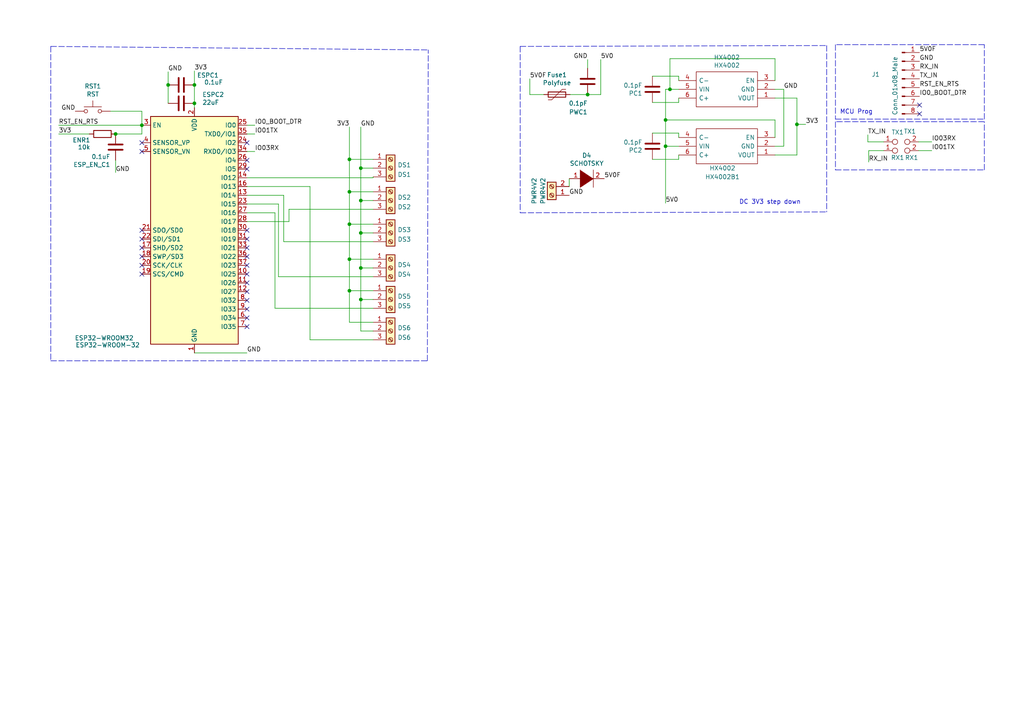
<source format=kicad_sch>
(kicad_sch (version 20211123) (generator eeschema)
  (paper "A4")
  (lib_symbols
    (symbol "Connector:Conn_01x08_Male" (pin_names (offset 1.016) hide)
      (property "Reference" "J" (at 0 10.16 0))
      (property "Value" "Conn_01x08_Male" (at 0 -12.7 0))
      (symbol "Conn_01x08_Male_1_1"
        (polyline (pts (xy 1.27 -10.16) (xy 0.8636 -10.16)) (stroke (width 0.1524)))
        (polyline (pts (xy 1.27 -7.62) (xy 0.8636 -7.62)) (stroke (width 0.1524)))
        (polyline (pts (xy 1.27 -5.08) (xy 0.8636 -5.08)) (stroke (width 0.1524)))
        (polyline (pts (xy 1.27 -2.54) (xy 0.8636 -2.54)) (stroke (width 0.1524)))
        (polyline (pts (xy 1.27 0) (xy 0.8636 0)) (stroke (width 0.1524)))
        (polyline (pts (xy 1.27 2.54) (xy 0.8636 2.54)) (stroke (width 0.1524)))
        (polyline (pts (xy 1.27 5.08) (xy 0.8636 5.08)) (stroke (width 0.1524)))
        (polyline (pts (xy 1.27 7.62) (xy 0.8636 7.62)) (stroke (width 0.1524)))
        (rectangle (start 0.8636 -10.033) (end 0 -10.287) (stroke (width 0.1524)) (fill (type outline)))
        (rectangle (start 0.8636 -7.493) (end 0 -7.747) (stroke (width 0.1524)) (fill (type outline)))
        (rectangle (start 0.8636 -4.953) (end 0 -5.207) (stroke (width 0.1524)) (fill (type outline)))
        (rectangle (start 0.8636 -2.413) (end 0 -2.667) (stroke (width 0.1524)) (fill (type outline)))
        (rectangle (start 0.8636 0.127) (end 0 -0.127) (stroke (width 0.1524)) (fill (type outline)))
        (rectangle (start 0.8636 2.667) (end 0 2.413) (stroke (width 0.1524)) (fill (type outline)))
        (rectangle (start 0.8636 5.207) (end 0 4.953) (stroke (width 0.1524)) (fill (type outline)))
        (rectangle (start 0.8636 7.747) (end 0 7.493) (stroke (width 0.1524)) (fill (type outline)))
        (pin passive line (at 5.08 7.62 180) (length 3.81) (name "Pin_1") (number "1"))
        (pin passive line (at 5.08 5.08 180) (length 3.81) (name "Pin_2") (number "2"))
        (pin passive line (at 5.08 2.54 180) (length 3.81) (name "Pin_3") (number "3"))
        (pin passive line (at 5.08 0 180) (length 3.81) (name "Pin_4") (number "4"))
        (pin passive line (at 5.08 -2.54 180) (length 3.81) (name "Pin_5") (number "5"))
        (pin passive line (at 5.08 -5.08 180) (length 3.81) (name "Pin_6") (number "6"))
        (pin passive line (at 5.08 -7.62 180) (length 3.81) (name "Pin_7") (number "7"))
        (pin passive line (at 5.08 -10.16 180) (length 3.81) (name "Pin_8") (number "8"))
      )
    )
    (symbol "Connector:Screw_Terminal_01x02" (pin_names (offset 1.016) hide)
      (property "Reference" "J" (at 0 2.54 0))
      (property "Value" "Screw_Terminal_01x02" (at 0 -5.08 0))
      (symbol "Screw_Terminal_01x02_1_1"
        (rectangle (start -1.27 1.27) (end 1.27 -3.81) (stroke (width 0.254)) (fill (type background)))
        (circle (center 0 -2.54) (radius 0.635) (stroke (width 0.1524)))
        (polyline (pts (xy -0.5334 -2.2098) (xy 0.3302 -3.048)) (stroke (width 0.1524)))
        (polyline (pts (xy -0.5334 0.3302) (xy 0.3302 -0.508)) (stroke (width 0.1524)))
        (polyline (pts (xy -0.3556 -2.032) (xy 0.508 -2.8702)) (stroke (width 0.1524)))
        (polyline (pts (xy -0.3556 0.508) (xy 0.508 -0.3302)) (stroke (width 0.1524)))
        (circle (center 0 0) (radius 0.635) (stroke (width 0.1524)))
        (pin passive line (at -5.08 0 0) (length 3.81) (name "Pin_1") (number "1"))
        (pin passive line (at -5.08 -2.54 0) (length 3.81) (name "Pin_2") (number "2"))
      )
    )
    (symbol "Connector:Screw_Terminal_01x03" (pin_names (offset 1.016) hide)
      (property "Reference" "J" (at 0 5.08 0))
      (property "Value" "Screw_Terminal_01x03" (at 0 -5.08 0))
      (symbol "Screw_Terminal_01x03_1_1"
        (rectangle (start -1.27 3.81) (end 1.27 -3.81) (stroke (width 0.254)) (fill (type background)))
        (circle (center 0 -2.54) (radius 0.635) (stroke (width 0.1524)))
        (polyline (pts (xy -0.5334 -2.2098) (xy 0.3302 -3.048)) (stroke (width 0.1524)))
        (polyline (pts (xy -0.5334 0.3302) (xy 0.3302 -0.508)) (stroke (width 0.1524)))
        (polyline (pts (xy -0.5334 2.8702) (xy 0.3302 2.032)) (stroke (width 0.1524)))
        (polyline (pts (xy -0.3556 -2.032) (xy 0.508 -2.8702)) (stroke (width 0.1524)))
        (polyline (pts (xy -0.3556 0.508) (xy 0.508 -0.3302)) (stroke (width 0.1524)))
        (polyline (pts (xy -0.3556 3.048) (xy 0.508 2.2098)) (stroke (width 0.1524)))
        (circle (center 0 0) (radius 0.635) (stroke (width 0.1524)))
        (circle (center 0 2.54) (radius 0.635) (stroke (width 0.1524)))
        (pin passive line (at -5.08 2.54 0) (length 3.81) (name "Pin_1") (number "1"))
        (pin passive line (at -5.08 0 0) (length 3.81) (name "Pin_2") (number "2"))
        (pin passive line (at -5.08 -2.54 0) (length 3.81) (name "Pin_3") (number "3"))
      )
    )
    (symbol "Connector:TestPoint_2Pole" (pin_names (offset 0.762) hide)
      (property "Reference" "TP" (at 0 1.524 0))
      (property "Value" "TestPoint_2Pole" (at 0 -1.778 0))
      (symbol "TestPoint_2Pole_0_1"
        (circle (center -1.778 0) (radius 0.762))
        (circle (center 1.778 0) (radius 0.762))
        (pin passive line (at -5.08 0 0) (length 2.54) (name "1") (number "1"))
        (pin passive line (at 5.08 0 180) (length 2.54) (name "2") (number "2"))
      )
    )
    (symbol "Device:C" (pin_numbers hide) (pin_names (offset 0.254))
      (property "Reference" "C" (at 0.635 2.54 0))
      (property "Value" "C" (at 0.635 -2.54 0))
      (symbol "C_0_1"
        (polyline (pts (xy -2.032 -0.762) (xy 2.032 -0.762)) (stroke (width 0.508)))
        (polyline (pts (xy -2.032 0.762) (xy 2.032 0.762)) (stroke (width 0.508)))
      )
      (symbol "C_1_1"
        (pin passive line (at 0 3.81 270) (length 2.794) (name "~") (number "1"))
        (pin passive line (at 0 -3.81 90) (length 2.794) (name "~") (number "2"))
      )
    )
    (symbol "Device:Polyfuse" (pin_numbers hide) (pin_names (offset 0))
      (property "Reference" "F" (at -2.54 0 90))
      (property "Value" "Polyfuse" (at 2.54 0 90))
      (symbol "Polyfuse_0_1"
        (rectangle (start -0.762 2.54) (end 0.762 -2.54) (stroke (width 0.254)))
        (polyline (pts (xy 0 2.54) (xy 0 -2.54)))
        (polyline (pts (xy -1.524 2.54) (xy -1.524 1.524) (xy 1.524 -1.524) (xy 1.524 -2.54)))
      )
      (symbol "Polyfuse_1_1"
        (pin passive line (at 0 3.81 270) (length 1.27) (name "~") (number "1"))
        (pin passive line (at 0 -3.81 90) (length 1.27) (name "~") (number "2"))
      )
    )
    (symbol "Device:R" (pin_numbers hide) (pin_names (offset 0))
      (property "Reference" "R" (at 2.032 0 90))
      (property "Value" "R" (at 0 0 90))
      (symbol "R_0_1"
        (rectangle (start -1.016 -2.54) (end 1.016 2.54) (stroke (width 0.254)))
      )
      (symbol "R_1_1"
        (pin passive line (at 0 3.81 270) (length 1.27) (name "~") (number "1"))
        (pin passive line (at 0 -3.81 90) (length 1.27) (name "~") (number "2"))
      )
    )
    (symbol "HX4002:HX4002" (pin_names (offset 0.762))
      (property "Reference" "IC" (at 24.13 7.62 0))
      (property "Value" "HX4002_HX4002" (at 24.13 5.08 0))
      (symbol "HX4002_0_0"
        (pin passive line (at 0 0 0) (length 5.08) (name "VOUT") (number "1"))
        (pin passive line (at 0 -2.54 0) (length 5.08) (name "GND") (number "2"))
        (pin passive line (at 0 -5.08 0) (length 5.08) (name "EN") (number "3"))
        (pin passive line (at 27.94 -5.08 180) (length 5.08) (name "C-") (number "4"))
        (pin passive line (at 27.94 -2.54 180) (length 5.08) (name "VIN") (number "5"))
        (pin passive line (at 27.94 0 180) (length 5.08) (name "C+") (number "6"))
      )
      (symbol "HX4002_0_1"
        (polyline (pts (xy 5.08 2.54) (xy 22.86 2.54) (xy 22.86 -7.62) (xy 5.08 -7.62) (xy 5.08 2.54)) (stroke (width 0.1524)))
      )
    )
    (symbol "RF_Module:ESP32-WROOM-32"
      (property "Reference" "U" (at -12.7 34.29 0))
      (property "Value" "ESP32-WROOM-32" (at 1.27 34.29 0))
      (symbol "ESP32-WROOM-32_0_1"
        (rectangle (start -12.7 33.02) (end 12.7 -33.02) (stroke (width 0.254)) (fill (type background)))
      )
      (symbol "ESP32-WROOM-32_1_1"
        (pin power_in line (at 0 -35.56 90) (length 2.54) (name "GND") (number "1"))
        (pin bidirectional line (at 15.24 -12.7 180) (length 2.54) (name "IO25") (number "10"))
        (pin bidirectional line (at 15.24 -15.24 180) (length 2.54) (name "IO26") (number "11"))
        (pin bidirectional line (at 15.24 -17.78 180) (length 2.54) (name "IO27") (number "12"))
        (pin bidirectional line (at 15.24 10.16 180) (length 2.54) (name "IO14") (number "13"))
        (pin bidirectional line (at 15.24 15.24 180) (length 2.54) (name "IO12") (number "14"))
        (pin passive line (at 0 -35.56 90) (length 2.54) hide (name "GND") (number "15"))
        (pin bidirectional line (at 15.24 12.7 180) (length 2.54) (name "IO13") (number "16"))
        (pin bidirectional line (at -15.24 -5.08 0) (length 2.54) (name "SHD/SD2") (number "17"))
        (pin bidirectional line (at -15.24 -7.62 0) (length 2.54) (name "SWP/SD3") (number "18"))
        (pin bidirectional line (at -15.24 -12.7 0) (length 2.54) (name "SCS/CMD") (number "19"))
        (pin power_in line (at 0 35.56 270) (length 2.54) (name "VDD") (number "2"))
        (pin bidirectional line (at -15.24 -10.16 0) (length 2.54) (name "SCK/CLK") (number "20"))
        (pin bidirectional line (at -15.24 0 0) (length 2.54) (name "SDO/SD0") (number "21"))
        (pin bidirectional line (at -15.24 -2.54 0) (length 2.54) (name "SDI/SD1") (number "22"))
        (pin bidirectional line (at 15.24 7.62 180) (length 2.54) (name "IO15") (number "23"))
        (pin bidirectional line (at 15.24 25.4 180) (length 2.54) (name "IO2") (number "24"))
        (pin bidirectional line (at 15.24 30.48 180) (length 2.54) (name "IO0") (number "25"))
        (pin bidirectional line (at 15.24 20.32 180) (length 2.54) (name "IO4") (number "26"))
        (pin bidirectional line (at 15.24 5.08 180) (length 2.54) (name "IO16") (number "27"))
        (pin bidirectional line (at 15.24 2.54 180) (length 2.54) (name "IO17") (number "28"))
        (pin bidirectional line (at 15.24 17.78 180) (length 2.54) (name "IO5") (number "29"))
        (pin input line (at -15.24 30.48 0) (length 2.54) (name "EN") (number "3"))
        (pin bidirectional line (at 15.24 0 180) (length 2.54) (name "IO18") (number "30"))
        (pin bidirectional line (at 15.24 -2.54 180) (length 2.54) (name "IO19") (number "31"))
        (pin no_connect line (at -12.7 -27.94 0) (length 2.54) hide (name "NC") (number "32"))
        (pin bidirectional line (at 15.24 -5.08 180) (length 2.54) (name "IO21") (number "33"))
        (pin bidirectional line (at 15.24 22.86 180) (length 2.54) (name "RXD0/IO3") (number "34"))
        (pin bidirectional line (at 15.24 27.94 180) (length 2.54) (name "TXD0/IO1") (number "35"))
        (pin bidirectional line (at 15.24 -7.62 180) (length 2.54) (name "IO22") (number "36"))
        (pin bidirectional line (at 15.24 -10.16 180) (length 2.54) (name "IO23") (number "37"))
        (pin passive line (at 0 -35.56 90) (length 2.54) hide (name "GND") (number "38"))
        (pin passive line (at 0 -35.56 90) (length 2.54) hide (name "GND") (number "39"))
        (pin input line (at -15.24 25.4 0) (length 2.54) (name "SENSOR_VP") (number "4"))
        (pin input line (at -15.24 22.86 0) (length 2.54) (name "SENSOR_VN") (number "5"))
        (pin input line (at 15.24 -25.4 180) (length 2.54) (name "IO34") (number "6"))
        (pin input line (at 15.24 -27.94 180) (length 2.54) (name "IO35") (number "7"))
        (pin bidirectional line (at 15.24 -20.32 180) (length 2.54) (name "IO32") (number "8"))
        (pin bidirectional line (at 15.24 -22.86 180) (length 2.54) (name "IO33") (number "9"))
      )
    )
    (symbol "Switch:SW_Push" (pin_numbers hide) (pin_names (offset 1.016) hide)
      (property "Reference" "SW" (at 1.27 2.54 0))
      (property "Value" "SW_Push" (at 0 -1.524 0))
      (symbol "SW_Push_0_1"
        (circle (center -2.032 0) (radius 0.508))
        (polyline (pts (xy 0 1.27) (xy 0 3.048)))
        (polyline (pts (xy 2.54 1.27) (xy -2.54 1.27)))
        (circle (center 2.032 0) (radius 0.508))
        (pin passive line (at -5.08 0 0) (length 2.54) (name "1") (number "1"))
        (pin passive line (at 5.08 0 180) (length 2.54) (name "2") (number "2"))
      )
    )
    (symbol "pspice:DIODE" (pin_names (offset 1.016) hide)
      (property "Reference" "D" (at 0 3.81 0))
      (property "Value" "DIODE" (at 0 -4.445 0))
      (symbol "DIODE_0_1"
        (polyline (pts (xy 1.905 2.54) (xy 1.905 -2.54)))
        (polyline (pts (xy -1.905 2.54) (xy -1.905 -2.54) (xy 1.905 0)) (fill (type outline)))
      )
      (symbol "DIODE_1_1"
        (pin input line (at -5.08 0 0) (length 3.81) (name "K") (number "1"))
        (pin input line (at 5.08 0 180) (length 3.81) (name "A") (number "2"))
      )
    )
  )
  (junction (at 231.14 36.068))
  (junction (at 101.346 75.184))
  (junction (at 56.388 24.638))
  (junction (at 104.648 77.724))
  (junction (at 101.346 84.328))
  (junction (at 193.04 34.798))
  (junction (at 41.148 36.322))
  (junction (at 194.31 25.908))
  (junction (at 101.346 65.024))
  (junction (at 104.648 48.768))
  (junction (at 33.528 38.862))
  (junction (at 48.768 24.638))
  (junction (at 104.648 86.868))
  (junction (at 56.388 29.972))
  (junction (at 193.04 42.418))
  (junction (at 104.648 67.564))
  (junction (at 104.648 58.166))
  (junction (at 101.346 55.626))
  (junction (at 170.434 27.432))
  (junction (at 101.346 46.228))
  (no_connect (at 41.148 66.802))
  (no_connect (at 41.148 79.502))
  (no_connect (at 41.148 74.422))
  (no_connect (at 266.7 30.48))
  (no_connect (at 71.628 46.482))
  (no_connect (at 71.628 49.022))
  (no_connect (at 71.628 66.802))
  (no_connect (at 71.628 69.342))
  (no_connect (at 71.628 71.882))
  (no_connect (at 71.628 87.122))
  (no_connect (at 71.628 89.662))
  (no_connect (at 71.628 92.202))
  (no_connect (at 71.628 94.742))
  (no_connect (at 71.628 74.422))
  (no_connect (at 71.628 76.962))
  (no_connect (at 71.628 79.502))
  (no_connect (at 71.628 82.042))
  (no_connect (at 71.628 84.582))
  (no_connect (at 41.148 43.942))
  (no_connect (at 71.628 41.402))
  (no_connect (at 41.148 76.962))
  (no_connect (at 41.148 71.882))
  (no_connect (at 41.148 41.402))
  (no_connect (at 41.148 69.342))
  (no_connect (at 266.7 33.02))
  (wire (pts (xy 196.85 38.608) (xy 189.23 38.608)))
  (polyline (pts (xy 14.732 13.462) (xy 124.206 14.478)))
  (wire (pts (xy 170.434 19.812) (xy 170.434 17.272)))
  (wire (pts (xy 108.204 84.328) (xy 101.346 84.328)))
  (wire (pts (xy 82.296 56.642) (xy 82.296 70.104)))
  (wire (pts (xy 227.33 25.908) (xy 227.33 42.418)))
  (wire (pts (xy 56.388 29.972) (xy 56.388 31.242)))
  (wire (pts (xy 231.14 36.068) (xy 231.14 44.958)))
  (wire (pts (xy 108.204 51.562) (xy 108.204 51.308)))
  (wire (pts (xy 104.648 77.724) (xy 104.648 67.564)))
  (wire (pts (xy 79.756 89.408) (xy 79.756 61.722)))
  (wire (pts (xy 71.628 56.642) (xy 82.296 56.642)))
  (wire (pts (xy 83.82 64.262) (xy 83.82 60.706)))
  (wire (pts (xy 101.346 75.184) (xy 101.346 84.328)))
  (wire (pts (xy 71.628 36.322) (xy 73.914 36.322)))
  (wire (pts (xy 233.68 36.068) (xy 231.14 36.068)))
  (polyline (pts (xy 285.496 35.306) (xy 242.316 35.306)))
  (wire (pts (xy 101.346 84.328) (xy 101.346 93.472)))
  (wire (pts (xy 227.33 42.418) (xy 224.79 42.418)))
  (wire (pts (xy 71.628 54.102) (xy 89.916 54.102)))
  (wire (pts (xy 104.648 36.83) (xy 104.648 48.768)))
  (wire (pts (xy 101.346 55.626) (xy 101.346 65.024)))
  (wire (pts (xy 104.648 58.166) (xy 104.648 48.768)))
  (wire (pts (xy 196.85 44.958) (xy 196.85 46.228)))
  (wire (pts (xy 266.446 43.688) (xy 270.256 43.688)))
  (wire (pts (xy 108.204 98.552) (xy 89.916 98.552)))
  (wire (pts (xy 108.204 96.012) (xy 104.648 96.012)))
  (wire (pts (xy 251.714 41.148) (xy 256.286 41.148)))
  (wire (pts (xy 193.04 42.418) (xy 193.04 34.798)))
  (wire (pts (xy 71.628 43.942) (xy 73.914 43.942)))
  (wire (pts (xy 56.388 24.638) (xy 56.388 29.972)))
  (wire (pts (xy 108.204 93.472) (xy 101.346 93.472)))
  (wire (pts (xy 108.204 70.104) (xy 82.296 70.104)))
  (wire (pts (xy 157.734 27.432) (xy 153.67 27.432)))
  (wire (pts (xy 193.04 42.418) (xy 193.04 58.928)))
  (polyline (pts (xy 242.316 12.954) (xy 242.316 34.544)))
  (wire (pts (xy 174.244 17.272) (xy 174.244 27.432)))
  (wire (pts (xy 48.768 24.638) (xy 48.768 29.972)))
  (wire (pts (xy 32.004 32.258) (xy 41.148 32.258)))
  (wire (pts (xy 194.31 25.908) (xy 196.85 25.908)))
  (wire (pts (xy 71.628 38.862) (xy 73.914 38.862)))
  (wire (pts (xy 41.148 36.322) (xy 41.148 32.258)))
  (wire (pts (xy 56.388 20.574) (xy 56.388 24.638)))
  (wire (pts (xy 266.446 41.148) (xy 270.256 41.148)))
  (wire (pts (xy 101.346 65.024) (xy 108.204 65.024)))
  (wire (pts (xy 251.968 43.688) (xy 256.286 43.688)))
  (wire (pts (xy 80.772 80.264) (xy 80.772 59.182)))
  (wire (pts (xy 251.968 43.688) (xy 251.968 46.99)))
  (wire (pts (xy 224.79 34.798) (xy 224.79 39.878)))
  (wire (pts (xy 104.648 67.564) (xy 104.648 58.166)))
  (wire (pts (xy 193.04 25.908) (xy 194.31 25.908)))
  (wire (pts (xy 33.528 46.482) (xy 33.528 50.038)))
  (wire (pts (xy 170.434 27.432) (xy 174.244 27.432)))
  (wire (pts (xy 153.67 22.86) (xy 153.67 27.432)))
  (polyline (pts (xy 285.496 12.954) (xy 242.316 12.954)))
  (wire (pts (xy 231.14 28.448) (xy 231.14 36.068)))
  (polyline (pts (xy 242.316 35.306) (xy 242.316 49.276)))
  (polyline (pts (xy 285.496 49.276) (xy 285.496 35.306)))
  (wire (pts (xy 104.648 86.868) (xy 104.648 77.724)))
  (wire (pts (xy 17.018 36.322) (xy 41.148 36.322)))
  (wire (pts (xy 41.148 36.322) (xy 41.148 38.862)))
  (polyline (pts (xy 150.876 13.462) (xy 150.876 61.722)))
  (wire (pts (xy 196.85 29.718) (xy 189.23 29.718)))
  (wire (pts (xy 231.14 44.958) (xy 224.79 44.958)))
  (polyline (pts (xy 242.316 34.544) (xy 285.496 34.544)))
  (wire (pts (xy 104.648 58.166) (xy 108.204 58.166)))
  (wire (pts (xy 101.346 46.228) (xy 101.346 55.626)))
  (polyline (pts (xy 14.732 13.462) (xy 14.732 104.648)))
  (wire (pts (xy 101.346 55.626) (xy 108.204 55.626)))
  (wire (pts (xy 80.772 59.182) (xy 71.628 59.182)))
  (wire (pts (xy 196.85 28.448) (xy 196.85 29.718)))
  (wire (pts (xy 104.648 67.564) (xy 108.204 67.564)))
  (wire (pts (xy 104.648 86.868) (xy 108.204 86.868)))
  (wire (pts (xy 251.714 39.116) (xy 251.714 41.148)))
  (wire (pts (xy 79.756 61.722) (xy 71.628 61.722)))
  (polyline (pts (xy 239.776 13.208) (xy 239.776 61.468)))
  (wire (pts (xy 194.31 25.908) (xy 194.31 17.018)))
  (wire (pts (xy 193.04 34.798) (xy 224.79 34.798)))
  (wire (pts (xy 104.648 96.012) (xy 104.648 86.868)))
  (polyline (pts (xy 242.316 49.276) (xy 285.496 49.276)))
  (polyline (pts (xy 285.496 34.544) (xy 285.496 12.954)))
  (wire (pts (xy 196.85 23.368) (xy 196.85 22.098)))
  (wire (pts (xy 108.204 60.706) (xy 83.82 60.706)))
  (polyline (pts (xy 123.952 104.648) (xy 124.206 14.478)))
  (polyline (pts (xy 150.876 61.722) (xy 239.776 61.468)))
  (wire (pts (xy 196.85 22.098) (xy 189.23 22.098)))
  (wire (pts (xy 101.346 65.024) (xy 101.346 75.184)))
  (wire (pts (xy 108.204 89.408) (xy 79.756 89.408)))
  (wire (pts (xy 17.018 38.862) (xy 25.908 38.862)))
  (wire (pts (xy 194.31 17.018) (xy 224.79 17.018)))
  (wire (pts (xy 196.85 39.878) (xy 196.85 38.608)))
  (polyline (pts (xy 14.732 104.648) (xy 123.952 104.648)))
  (wire (pts (xy 224.79 17.018) (xy 224.79 23.368)))
  (wire (pts (xy 165.1 51.816) (xy 165.1 54.102)))
  (wire (pts (xy 56.388 102.362) (xy 71.628 102.362)))
  (wire (pts (xy 193.04 34.798) (xy 193.04 25.908)))
  (polyline (pts (xy 150.876 13.462) (xy 239.776 13.208)))
  (wire (pts (xy 165.354 27.432) (xy 170.434 27.432)))
  (wire (pts (xy 101.346 75.184) (xy 108.204 75.184)))
  (wire (pts (xy 48.768 20.828) (xy 48.768 24.638)))
  (wire (pts (xy 89.916 54.102) (xy 89.916 98.552)))
  (wire (pts (xy 71.628 51.562) (xy 108.204 51.562)))
  (wire (pts (xy 196.85 42.418) (xy 193.04 42.418)))
  (wire (pts (xy 41.148 38.862) (xy 33.528 38.862)))
  (wire (pts (xy 71.628 64.262) (xy 83.82 64.262)))
  (wire (pts (xy 196.85 46.228) (xy 189.23 46.228)))
  (wire (pts (xy 101.346 46.228) (xy 108.204 46.228)))
  (wire (pts (xy 101.346 36.83) (xy 101.346 46.228)))
  (wire (pts (xy 224.79 25.908) (xy 227.33 25.908)))
  (wire (pts (xy 104.648 48.768) (xy 108.204 48.768)))
  (wire (pts (xy 224.79 28.448) (xy 231.14 28.448)))
  (wire (pts (xy 108.204 80.264) (xy 80.772 80.264)))
  (wire (pts (xy 104.648 77.724) (xy 108.204 77.724)))
  (text "DC 3V3 step down" (at 214.376 59.436 0) (effects (font (size 1.27 1.27)) (justify left bottom)))
  (text "MCU Prog" (at 243.586 33.274 0) (effects (font (size 1.27 1.27)) (justify left bottom)))
  (label "GND" (at 227.33 25.908 0))
  (label "GND" (at 71.628 102.362 0))
  (label "IO01TX" (at 270.256 43.688 0))
  (label "GND" (at 48.768 20.828 0))
  (label "5V0" (at 193.04 58.928 0))
  (label "GND" (at 21.844 32.258 180))
  (label "RST_EN_RTS" (at 17.018 36.322 0))
  (label "RST_EN_RTS" (at 266.7 25.4 0))
  (label "5V0F" (at 175.26 51.816 0))
  (label "IO0_BOOT_DTR" (at 266.7 27.94 0))
  (label "GND" (at 170.434 17.272 180))
  (label "RX_IN" (at 266.7 20.32 0))
  (label "GND" (at 266.7 17.78 0))
  (label "IO03RX" (at 73.914 43.942 0))
  (label "GND" (at 33.528 50.038 0))
  (label "5V0F" (at 153.67 22.86 0))
  (label "IO03RX" (at 270.256 41.148 0))
  (label "TX_IN" (at 266.7 22.86 0))
  (label "3V3" (at 101.346 36.83 180))
  (label "IO0_BOOT_DTR" (at 73.914 36.322 0))
  (label "RX_IN" (at 251.968 46.99 0))
  (label "5V0F" (at 266.7 15.24 0))
  (label "GND" (at 165.1 56.642 0))
  (label "3V3" (at 233.68 36.068 0))
  (label "5V0" (at 174.244 17.272 0))
  (label "3V3" (at 56.388 20.574 0))
  (label "3V3" (at 17.018 38.862 0))
  (label "IO01TX" (at 73.914 38.862 0))
  (label "GND" (at 104.648 36.83 0))
  (label "TX_IN" (at 251.714 39.116 0))
  (symbol (lib_id "Device:R") (at 29.718 38.862 90) (unit 1)
    (property "Reference" "ENR1" (at 23.622 40.64 90))
    (property "Value" "10k" (at 24.384 42.672 90))
    (property "Footprint" "Resistor_SMD:R_1206_3216Metric_Pad1.30x1.75mm_HandSolder" (effects hide))
  )
  (symbol (lib_id "Device:C") (at 170.434 23.622 180) (unit 1)
    (property "Reference" "PWC1" (at 170.434 32.512 0) (effects (justify left)))
    (property "Value" "0.1pF" (at 170.434 29.972 0) (effects (justify left)))
    (property "Footprint" "Capacitor_SMD:C_1206_3216Metric_Pad1.33x1.80mm_HandSolder" (effects hide))
  )
  (symbol (lib_id "HX4002:HX4002") (at 224.79 44.958 180) (unit 1)
    (property "Reference" "HX4002B1" (at 209.55 51.308 0))
    (property "Value" "HX4002" (at 209.55 48.768 0))
    (property "Footprint" "AeonLabs:HX4002 SOT95 P280X125-6N" (effects hide))
    (property "Datasheet" "http://www.jiecx.com/files856985665897965/productpdf/2013-7-5/545010255.pdf" (effects hide))
    (property "Description" "Low Noise Regulated Charge Pump in SOT23-6" (effects hide))
    (property "Height" "1.25" (effects hide))
    (property "Manufacturer_Name" "HEXIN" (effects hide))
    (property "Manufacturer_Part_Number" "HX4002" (effects hide))
  )
  (symbol (lib_id "RF_Module:ESP32-WROOM-32") (at 56.388 66.802 0) (unit 1)
    (property "Reference" "ESP32-WROOM32" (at 30.226 98.044 0))
    (property "Value" "ESP32-WROOM-32" (at 31.242 100.076 0))
    (property "Footprint" "RF_Module:ESP32-WROOM-32" (effects hide))
    (property "Datasheet" "https://www.espressif.com/sites/default/files/documentation/esp32-wroom-32_datasheet_en.pdf" (effects hide))
  )
  (symbol (lib_id "pspice:DIODE") (at 170.18 51.816 0) (unit 1)
    (property "Reference" "D4" (at 170.18 45.085 0))
    (property "Value" "SCHOTSKY" (at 170.18 47.3964 0))
    (property "Footprint" "Diode_SMD:D_1210_3225Metric_Pad1.42x2.65mm_HandSolder" (effects hide))
  )
  (symbol (lib_id "Connector:Conn_01x08_Male") (at 261.62 22.86 0) (unit 1)
    (property "Reference" "J1" (at 254 21.59 0))
    (property "Value" "Conn_01x08_Male" (at 259.588 24.892 90))
    (property "Footprint" "Connector:SOIC_clipProgSmall" (effects hide))
  )
  (symbol (lib_id "HX4002:HX4002") (at 224.79 28.448 180) (unit 1)
    (property "Reference" "HX4002" (at 210.82 16.637 0))
    (property "Value" "HX4002" (at 210.82 18.9484 0))
    (property "Footprint" "AeonLabs:HX4002 SOT95 P280X125-6N" (effects hide))
    (property "Datasheet" "http://www.jiecx.com/files856985665897965/productpdf/2013-7-5/545010255.pdf" (effects hide))
    (property "Description" "Low Noise Regulated Charge Pump in SOT23-6" (effects hide))
    (property "Height" "1.25" (effects hide))
    (property "Manufacturer_Name" "HEXIN" (effects hide))
    (property "Manufacturer_Part_Number" "HX4002" (effects hide))
  )
  (symbol (lib_id "Device:C") (at 189.23 42.418 180) (unit 1)
    (property "Reference" "PC2" (at 186.309 43.5864 0) (effects (justify left)))
    (property "Value" "0.1pF" (at 186.309 41.275 0) (effects (justify left)))
    (property "Footprint" "Capacitor_SMD:C_1206_3216Metric_Pad1.33x1.80mm_HandSolder" (effects hide))
  )
  (symbol (lib_id "Connector:Screw_Terminal_01x03") (at 113.284 48.768 0) (unit 1)
    (property "Reference" "DS1" (at 115.316 47.8595 0) (effects (justify left)))
    (property "Value" "DS1" (at 115.316 50.6346 0) (effects (justify left)))
    (property "Footprint" "TerminalBlock_4Ucon:TerminalBlock_4Ucon_1x03_P3.50mm_Vertical" (effects hide))
  )
  (symbol (lib_id "Connector:Screw_Terminal_01x03") (at 113.284 58.166 0) (unit 1)
    (property "Reference" "DS2" (at 115.316 57.2575 0) (effects (justify left)))
    (property "Value" "DS2" (at 115.316 60.0326 0) (effects (justify left)))
    (property "Footprint" "TerminalBlock_4Ucon:TerminalBlock_4Ucon_1x03_P3.50mm_Vertical" (effects hide))
  )
  (symbol (lib_id "Connector:Screw_Terminal_01x03") (at 113.284 67.564 0) (unit 1)
    (property "Reference" "DS3" (at 115.316 66.6555 0) (effects (justify left)))
    (property "Value" "DS3" (at 115.316 69.4306 0) (effects (justify left)))
    (property "Footprint" "TerminalBlock_4Ucon:TerminalBlock_4Ucon_1x03_P3.50mm_Vertical" (effects hide))
  )
  (symbol (lib_id "Connector:TestPoint_2Pole") (at 261.366 43.688 0) (unit 1)
    (property "Reference" "RX1" (at 264.414 45.72 0))
    (property "Value" "RX1" (at 260.35 45.72 0))
    (property "Footprint" "TestPoint:TestPoint_Pad_Bridge_1.0x1.0mm" (effects hide))
  )
  (symbol (lib_id "Device:C") (at 189.23 25.908 180) (unit 1)
    (property "Reference" "PC1" (at 186.309 27.0764 0) (effects (justify left)))
    (property "Value" "0.1pF" (at 186.309 24.765 0) (effects (justify left)))
    (property "Footprint" "Capacitor_SMD:C_1206_3216Metric_Pad1.33x1.80mm_HandSolder" (effects hide))
  )
  (symbol (lib_id "Device:C") (at 52.578 29.972 270) (unit 1)
    (property "Reference" "ESPC2" (at 58.674 27.432 90) (effects (justify left)))
    (property "Value" "22uF" (at 58.674 29.718 90) (effects (justify left)))
    (property "Footprint" "Capacitor_SMD:C_1206_3216Metric_Pad1.33x1.80mm_HandSolder" (effects hide))
  )
  (symbol (lib_id "Device:C") (at 52.578 24.638 270) (unit 1)
    (property "Reference" "ESPC1" (at 57.15 21.844 90) (effects (justify left)))
    (property "Value" "0.1uF" (at 59.182 23.876 90) (effects (justify left)))
    (property "Footprint" "Capacitor_SMD:C_1206_3216Metric_Pad1.33x1.80mm_HandSolder" (effects hide))
  )
  (symbol (lib_id "Switch:SW_Push") (at 26.924 32.258 0) (unit 1)
    (property "Reference" "RST1" (at 26.924 25.019 0))
    (property "Value" "RST" (at 26.924 27.3304 0))
    (property "Footprint" "AeonLabs:SW_Push_SPST_NO_Alps_SKRK AliExpress" (effects hide))
  )
  (symbol (lib_id "Device:Polyfuse") (at 161.544 27.432 270) (unit 1)
    (property "Reference" "Fuse1" (at 161.544 21.717 90))
    (property "Value" "Polyfuse" (at 161.544 24.0284 90))
    (property "Footprint" "Fuse:Fuse_1206_3216Metric_Pad1.42x1.75mm_HandSolder" (effects hide))
  )
  (symbol (lib_id "Connector:Screw_Terminal_01x03") (at 113.284 86.868 0) (unit 1)
    (property "Reference" "DS5" (at 115.316 85.9595 0) (effects (justify left)))
    (property "Value" "DS5" (at 115.316 88.7346 0) (effects (justify left)))
    (property "Footprint" "TerminalBlock_4Ucon:TerminalBlock_4Ucon_1x03_P3.50mm_Vertical" (effects hide))
  )
  (symbol (lib_id "Connector:Screw_Terminal_01x03") (at 113.284 96.012 0) (unit 1)
    (property "Reference" "DS6" (at 115.316 95.1035 0) (effects (justify left)))
    (property "Value" "DS6" (at 115.316 97.8786 0) (effects (justify left)))
    (property "Footprint" "TerminalBlock_4Ucon:TerminalBlock_4Ucon_1x03_P3.50mm_Vertical" (effects hide))
  )
  (symbol (lib_id "Connector:Screw_Terminal_01x02") (at 160.02 56.642 180) (unit 1)
    (property "Reference" "PWR4V2" (at 154.94 55.372 90))
    (property "Value" "PWR4V2" (at 157.48 55.372 90))
    (property "Footprint" "Connector_JST:JST_EH_S2B-EH_1x02_P2.50mm_Horizontal" (effects hide))
  )
  (symbol (lib_id "Connector:TestPoint_2Pole") (at 261.366 41.148 0) (unit 1)
    (property "Reference" "TX1" (at 260.35 38.354 0))
    (property "Value" "TX1" (at 263.906 38.1 0))
    (property "Footprint" "TestPoint:TestPoint_Pad_Bridge_1.0x1.0mm" (effects hide))
  )
  (symbol (lib_id "Connector:Screw_Terminal_01x03") (at 113.284 77.724 0) (unit 1)
    (property "Reference" "DS4" (at 115.316 76.8155 0) (effects (justify left)))
    (property "Value" "DS4" (at 115.316 79.5906 0) (effects (justify left)))
    (property "Footprint" "TerminalBlock_4Ucon:TerminalBlock_4Ucon_1x03_P3.50mm_Vertical" (effects hide))
  )
  (symbol (lib_id "Device:C") (at 33.528 42.672 180) (unit 1)
    (property "Reference" "ESP_EN_C1" (at 32.004 47.752 0) (effects (justify left)))
    (property "Value" "0.1uF" (at 32.004 45.466 0) (effects (justify left)))
    (property "Footprint" "Capacitor_SMD:C_1206_3216Metric_Pad1.33x1.80mm_HandSolder" (effects hide))
  )
)
</source>
